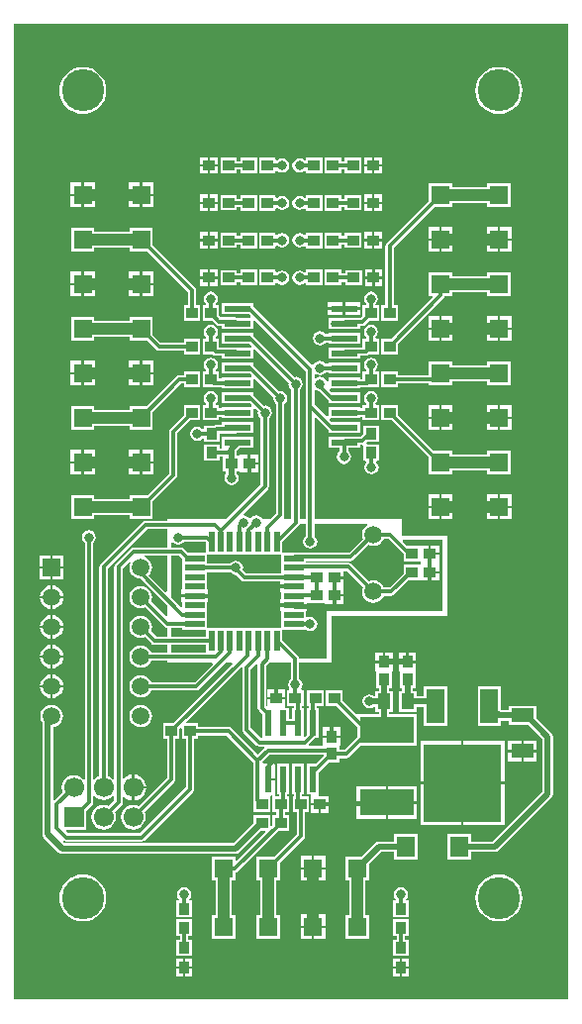
<source format=gtl>
%FSLAX44Y44*%
%MOMM*%
G71*
G01*
G75*
G04 Layer_Physical_Order=1*
G04 Layer_Color=255*
%ADD10R,2.3000X0.6000*%
%ADD11R,1.0000X0.9500*%
%ADD12R,1.1000X0.9500*%
%ADD13R,0.9500X1.0000*%
%ADD14R,0.6000X2.2000*%
%ADD15R,0.9500X1.1000*%
%ADD16R,4.6500X2.3000*%
%ADD17R,0.9000X1.0000*%
%ADD18R,1.1000X1.3500*%
%ADD19R,1.6000X3.0000*%
%ADD20R,6.7000X6.7000*%
%ADD21R,1.9500X1.2500*%
%ADD22R,0.5500X1.7500*%
%ADD23R,1.7500X0.5500*%
%ADD24R,1.6000X1.8000*%
%ADD25R,1.0000X0.9000*%
%ADD26C,0.3000*%
%ADD27C,0.5000*%
%ADD28C,1.0000*%
%ADD29C,3.6000*%
%ADD30C,1.5000*%
%ADD31R,1.5000X1.5000*%
%ADD32C,1.7000*%
%ADD33R,1.7000X1.7000*%
%ADD34R,1.6000X1.6000*%
%ADD35R,1.6000X1.6000*%
%ADD36C,0.8000*%
G36*
X476941Y3059D02*
X3059D01*
Y836941D01*
X476941D01*
Y3059D01*
D02*
G37*
%LPC*%
G36*
X45438Y382541D02*
X36398D01*
Y373501D01*
X45438D01*
Y382541D01*
D02*
G37*
G36*
X366998Y423250D02*
X357458D01*
Y413710D01*
X366998D01*
Y423250D01*
D02*
G37*
G36*
X378538D02*
X368998D01*
Y413710D01*
X378538D01*
Y423250D01*
D02*
G37*
G36*
X34398Y371501D02*
X25358D01*
Y362461D01*
X34398D01*
Y371501D01*
D02*
G37*
G36*
X45438D02*
X36398D01*
Y362461D01*
X45438D01*
Y371501D01*
D02*
G37*
G36*
X34398Y382541D02*
X25358D01*
Y373501D01*
X34398D01*
Y382541D01*
D02*
G37*
G36*
X366998Y434790D02*
X357458D01*
Y425250D01*
X366998D01*
Y434790D01*
D02*
G37*
G36*
X378538D02*
X368998D01*
Y425250D01*
X378538D01*
Y434790D01*
D02*
G37*
G36*
X416998D02*
X407458D01*
Y425250D01*
X416998D01*
Y434790D01*
D02*
G37*
G36*
Y423250D02*
X407458D01*
Y413710D01*
X416998D01*
Y423250D01*
D02*
G37*
G36*
X428538D02*
X418998D01*
Y413710D01*
X428538D01*
Y423250D01*
D02*
G37*
G36*
X171500Y608367D02*
X169159Y607901D01*
X167174Y606575D01*
X165848Y604591D01*
X165382Y602250D01*
X165848Y599908D01*
X167174Y597924D01*
X167487Y597715D01*
X167118Y596500D01*
X164500D01*
Y583000D01*
X173203D01*
X175976Y580227D01*
X177134Y579453D01*
X178500Y579181D01*
X180998D01*
Y576200D01*
X207998D01*
Y583546D01*
X209171Y584032D01*
X252931Y540272D01*
Y510750D01*
Y414000D01*
X247568D01*
Y524668D01*
X248326Y525174D01*
X249652Y527159D01*
X250117Y529500D01*
X249652Y531841D01*
X248326Y533826D01*
X246341Y535152D01*
X244000Y535617D01*
X243107Y535440D01*
X207998Y570549D01*
Y573500D01*
X180998D01*
Y563500D01*
X204953D01*
X206480Y561973D01*
X205993Y560800D01*
X193141D01*
X193048Y560819D01*
X178500D01*
Y568250D01*
X175882D01*
X175513Y569465D01*
X175826Y569674D01*
X177152Y571659D01*
X177617Y574000D01*
X177152Y576341D01*
X175826Y578325D01*
X173841Y579651D01*
X171500Y580117D01*
X169159Y579651D01*
X167174Y578325D01*
X165848Y576341D01*
X165382Y574000D01*
X165848Y571659D01*
X167174Y569674D01*
X167487Y569465D01*
X167118Y568250D01*
X164500D01*
Y554750D01*
X173203D01*
X173226Y554727D01*
X174384Y553953D01*
X175749Y553681D01*
X180998D01*
Y550800D01*
X207998D01*
Y558796D01*
X209171Y559282D01*
X238060Y530393D01*
X237882Y529500D01*
X238348Y527159D01*
X239674Y525174D01*
X240431Y524668D01*
Y414000D01*
X234385D01*
X233786Y415120D01*
X234297Y415884D01*
X234568Y417250D01*
Y512418D01*
X235326Y512924D01*
X236652Y514909D01*
X237117Y517250D01*
X236652Y519591D01*
X235326Y521576D01*
X233341Y522902D01*
X231000Y523368D01*
X230107Y523190D01*
X207998Y545299D01*
Y548100D01*
X180998D01*
Y538100D01*
X205103D01*
X206630Y536573D01*
X206144Y535400D01*
X180998D01*
Y533969D01*
X178500D01*
Y540000D01*
X175882D01*
X175513Y541215D01*
X175826Y541424D01*
X177152Y543409D01*
X177617Y545750D01*
X177152Y548091D01*
X175826Y550075D01*
X173841Y551401D01*
X171500Y551867D01*
X169159Y551401D01*
X167174Y550075D01*
X165848Y548091D01*
X165382Y545750D01*
X165848Y543409D01*
X167174Y541424D01*
X167487Y541215D01*
X167118Y540000D01*
X164500D01*
Y526500D01*
X178500D01*
Y526832D01*
X180998D01*
Y525400D01*
X207998D01*
Y533546D01*
X209171Y534032D01*
X225060Y518143D01*
X224882Y517250D01*
X225348Y514909D01*
X226674Y512924D01*
X227431Y512418D01*
Y418728D01*
X222703Y414000D01*
X215459D01*
X214574Y415326D01*
X212589Y416652D01*
X210248Y417118D01*
X207907Y416652D01*
X205922Y415326D01*
X205383Y414519D01*
X204113D01*
X203573Y415326D01*
X201589Y416652D01*
X199665Y417034D01*
X199297Y418250D01*
X220273Y439226D01*
X221047Y440384D01*
X221318Y441750D01*
X221318Y441750D01*
X221318Y441750D01*
Y441750D01*
Y500168D01*
X222076Y500674D01*
X223402Y502659D01*
X223867Y505000D01*
X223402Y507341D01*
X222076Y509326D01*
X220091Y510652D01*
X217750Y511118D01*
X216857Y510940D01*
X207998Y519799D01*
Y522700D01*
X180998D01*
Y512700D01*
X205003D01*
X206530Y511174D01*
X206044Y510000D01*
X180998D01*
Y508569D01*
X178500D01*
Y511750D01*
X175882D01*
X175513Y512965D01*
X175826Y513174D01*
X177152Y515159D01*
X177617Y517500D01*
X177152Y519841D01*
X175826Y521825D01*
X173841Y523152D01*
X171500Y523617D01*
X169159Y523152D01*
X167174Y521825D01*
X165848Y519841D01*
X165382Y517500D01*
X165848Y515159D01*
X167174Y513174D01*
X167487Y512965D01*
X167118Y511750D01*
X164500D01*
Y498250D01*
X178500D01*
Y501432D01*
X180998D01*
Y500000D01*
X207998D01*
Y508046D01*
X209171Y508532D01*
X211810Y505893D01*
X211632Y505000D01*
X212098Y502659D01*
X213424Y500674D01*
X214181Y500168D01*
Y443228D01*
X184953Y414000D01*
X134000D01*
Y412569D01*
X115750D01*
X114384Y412297D01*
X113227Y411523D01*
X77277Y375573D01*
X76503Y374416D01*
X76231Y373050D01*
Y194287D01*
X74505Y193572D01*
X72311Y191889D01*
X72021Y191511D01*
X70819Y191919D01*
Y393418D01*
X71576Y393924D01*
X72902Y395909D01*
X73368Y398250D01*
X72902Y400591D01*
X71576Y402576D01*
X69591Y403902D01*
X67250Y404367D01*
X64909Y403902D01*
X62924Y402576D01*
X61598Y400591D01*
X61132Y398250D01*
X61598Y395909D01*
X62924Y393924D01*
X63681Y393418D01*
Y191528D01*
X62479Y191119D01*
X61888Y191889D01*
X59695Y193572D01*
X57141Y194630D01*
X54400Y194991D01*
X51659Y194630D01*
X49105Y193572D01*
X46911Y191889D01*
X45228Y189695D01*
X44170Y187141D01*
X43809Y184400D01*
X44170Y181659D01*
X44885Y179932D01*
X37761Y172808D01*
X36588Y173294D01*
Y236075D01*
X37878Y236245D01*
X40189Y237202D01*
X42173Y238725D01*
X43696Y240709D01*
X44654Y243020D01*
X44980Y245501D01*
X44654Y247980D01*
X43696Y250292D01*
X42173Y252276D01*
X40189Y253799D01*
X37878Y254756D01*
X35398Y255082D01*
X32918Y254756D01*
X30607Y253799D01*
X28623Y252276D01*
X27100Y250292D01*
X26142Y247980D01*
X25816Y245501D01*
X26142Y243020D01*
X27100Y240709D01*
X27412Y240303D01*
Y144500D01*
X27412Y144500D01*
X27412D01*
X27761Y142744D01*
X28756Y141256D01*
X41006Y129006D01*
X42494Y128011D01*
X44250Y127662D01*
X192500D01*
X194256Y128011D01*
X195744Y129006D01*
X214238Y147500D01*
X217794D01*
X218280Y146326D01*
X193822Y121868D01*
X192649Y122354D01*
Y125250D01*
X172649D01*
Y105250D01*
X175588D01*
Y75250D01*
X172649D01*
Y55250D01*
X192649D01*
Y75250D01*
X189709D01*
Y105250D01*
X192649D01*
Y111761D01*
X193617Y111953D01*
X194774Y112727D01*
X194774Y112727D01*
X194774Y112727D01*
X229547Y147500D01*
X238251D01*
Y161000D01*
X234818D01*
Y163250D01*
X238249D01*
Y176750D01*
X236968D01*
Y178500D01*
X238400D01*
Y204500D01*
X228400D01*
Y178500D01*
X229831D01*
Y176750D01*
X226240D01*
Y177960D01*
X226240D01*
Y190500D01*
X220700D01*
Y191500D01*
X219700D01*
Y205040D01*
X216246D01*
X215760Y206213D01*
X222228Y212681D01*
X267999D01*
Y211297D01*
X261203Y204500D01*
X253800D01*
Y178500D01*
X256959D01*
Y177290D01*
X256959D01*
Y171000D01*
X272039D01*
Y177290D01*
X263800D01*
Y178500D01*
X263799D01*
Y197003D01*
X272296Y205500D01*
X281499D01*
Y209431D01*
X287500D01*
X288866Y209703D01*
X290023Y210476D01*
X290023Y210476D01*
X290023Y210476D01*
X299547Y220000D01*
X347250D01*
Y247000D01*
X324338D01*
Y249250D01*
X327250D01*
Y266750D01*
X324338D01*
Y269252D01*
X326500D01*
Y283712D01*
X327040D01*
Y290752D01*
X312460D01*
Y283712D01*
X313000D01*
Y269252D01*
X315162D01*
Y266750D01*
X312250D01*
Y263222D01*
X311130Y262624D01*
X309591Y263652D01*
X307250Y264118D01*
X304909Y263652D01*
X302924Y262326D01*
X301598Y260341D01*
X301133Y258000D01*
X301598Y255659D01*
X302924Y253674D01*
X304909Y252348D01*
X307250Y251882D01*
X309591Y252348D01*
X311130Y253376D01*
X312250Y252778D01*
Y249250D01*
X315162D01*
Y247000D01*
X296750D01*
X296750Y247000D01*
Y247000D01*
X296252Y246794D01*
X283999Y259047D01*
Y267750D01*
X269999D01*
Y254250D01*
X278703D01*
X296750Y236203D01*
Y227297D01*
X286022Y216568D01*
X281499D01*
Y219960D01*
X282039D01*
Y227000D01*
X267459D01*
Y219960D01*
D01*
Y219960D01*
X267318Y219819D01*
X255775D01*
X255289Y220992D01*
X260797Y226500D01*
X263799D01*
Y252500D01*
X262368D01*
Y254250D01*
X267999D01*
Y267750D01*
X253999D01*
Y254250D01*
X255231D01*
Y252500D01*
X253800D01*
Y229596D01*
X252273Y228070D01*
X251099Y228556D01*
Y252500D01*
X249668D01*
Y254250D01*
X250749D01*
Y267750D01*
X249306D01*
X248708Y268870D01*
X249402Y269909D01*
X249867Y272250D01*
X249402Y274591D01*
X248076Y276576D01*
X247318Y277082D01*
Y291000D01*
X275000D01*
Y331000D01*
X374000D01*
Y400000D01*
X335000D01*
Y414000D01*
X260068D01*
Y500475D01*
X261242Y500961D01*
X271998Y490205D01*
Y487300D01*
X298998D01*
Y497300D01*
X274996D01*
X273470Y498827D01*
X273956Y500000D01*
X298998D01*
Y501432D01*
X301500D01*
Y498250D01*
X315500D01*
Y511750D01*
X312882D01*
X312513Y512966D01*
X312825Y513174D01*
X314151Y515159D01*
X314617Y517500D01*
X314151Y519841D01*
X312825Y521826D01*
X310841Y523152D01*
X308500Y523618D01*
X306159Y523152D01*
X304174Y521826D01*
X302848Y519841D01*
X302382Y517500D01*
X302848Y515159D01*
X304174Y513174D01*
X304486Y512966D01*
X304118Y511750D01*
X301500D01*
Y508569D01*
X298998D01*
Y510000D01*
X271998D01*
Y501958D01*
X270825Y501472D01*
X260068Y512228D01*
Y524232D01*
X261189Y524831D01*
X262659Y523848D01*
X263840Y523613D01*
X271998Y515455D01*
Y512700D01*
X298998D01*
Y522700D01*
X274846D01*
X273320Y524227D01*
X273806Y525400D01*
X298998D01*
Y526431D01*
X305249D01*
X305597Y526501D01*
X315500D01*
Y540001D01*
X312882D01*
X312513Y541216D01*
X312826Y541425D01*
X314152Y543410D01*
X314617Y545751D01*
X314152Y548092D01*
X312826Y550076D01*
X310841Y551403D01*
X308500Y551868D01*
X306159Y551403D01*
X304174Y550076D01*
X302848Y548092D01*
X302382Y545751D01*
X302848Y543410D01*
X304174Y541425D01*
X304487Y541216D01*
X304118Y540001D01*
X301500D01*
Y533569D01*
X298998D01*
Y535400D01*
X271998D01*
Y531552D01*
X270734Y531427D01*
X270652Y531841D01*
X269326Y533826D01*
X267341Y535152D01*
X265000Y535617D01*
X262659Y535152D01*
X261189Y534169D01*
X260068Y534768D01*
Y537832D01*
X261189Y538431D01*
X262659Y537448D01*
X265000Y536983D01*
X267341Y537448D01*
X269326Y538774D01*
X269832Y539532D01*
X271998D01*
Y538100D01*
X298998D01*
Y548100D01*
X271998D01*
Y546669D01*
X269832D01*
X269326Y547426D01*
X267341Y548752D01*
X265000Y549218D01*
X262659Y548752D01*
X260674Y547426D01*
X259348Y545441D01*
X257485Y545812D01*
X207998Y595299D01*
Y598900D01*
X180998D01*
Y588900D01*
X204303D01*
X205830Y587374D01*
X205344Y586200D01*
X193543D01*
X192948Y586319D01*
X179978D01*
X178500Y587796D01*
Y596500D01*
X175882D01*
X175513Y597715D01*
X175826Y597924D01*
X177152Y599908D01*
X177617Y602250D01*
X177152Y604591D01*
X175826Y606575D01*
X173841Y607901D01*
X171500Y608367D01*
D02*
G37*
G36*
X36398Y357095D02*
Y348101D01*
X45393D01*
X45180Y349721D01*
X44168Y352164D01*
X42559Y354261D01*
X40461Y355870D01*
X38019Y356882D01*
X36398Y357095D01*
D02*
G37*
G36*
X34398Y306296D02*
X32777Y306082D01*
X30335Y305070D01*
X28237Y303461D01*
X26628Y301364D01*
X25616Y298922D01*
X25403Y297300D01*
X34398D01*
Y306296D01*
D02*
G37*
G36*
X36398D02*
Y297300D01*
X45393D01*
X45180Y298922D01*
X44168Y301364D01*
X42559Y303461D01*
X40461Y305070D01*
X38019Y306082D01*
X36398Y306296D01*
D02*
G37*
G36*
X34398Y320700D02*
X25403D01*
X25616Y319079D01*
X26628Y316637D01*
X28237Y314540D01*
X30335Y312931D01*
X32777Y311919D01*
X34398Y311705D01*
Y320700D01*
D02*
G37*
G36*
X327040Y299792D02*
X320750D01*
Y292752D01*
X327040D01*
Y299792D01*
D02*
G37*
G36*
X338750Y299792D02*
X332460D01*
Y292752D01*
X338750D01*
Y299792D01*
D02*
G37*
G36*
X347040D02*
X340750D01*
Y292752D01*
X347040D01*
Y299792D01*
D02*
G37*
G36*
X34398Y346101D02*
X25403D01*
X25616Y344479D01*
X26628Y342037D01*
X28237Y339940D01*
X30335Y338331D01*
X32777Y337319D01*
X34398Y337105D01*
Y346101D01*
D02*
G37*
G36*
X45393D02*
X36398D01*
Y337105D01*
X38019Y337319D01*
X40461Y338331D01*
X42559Y339940D01*
X44168Y342037D01*
X45180Y344479D01*
X45393Y346101D01*
D02*
G37*
G36*
X34398Y357095D02*
X32777Y356882D01*
X30335Y355870D01*
X28237Y354261D01*
X26628Y352164D01*
X25616Y349721D01*
X25403Y348101D01*
X34398D01*
Y357095D01*
D02*
G37*
G36*
X45393Y320700D02*
X36398D01*
Y311705D01*
X38019Y311919D01*
X40461Y312931D01*
X42559Y314540D01*
X44168Y316637D01*
X45180Y319079D01*
X45393Y320700D01*
D02*
G37*
G36*
X34398Y331696D02*
X32777Y331482D01*
X30335Y330470D01*
X28237Y328861D01*
X26628Y326764D01*
X25616Y324322D01*
X25403Y322701D01*
X34398D01*
Y331696D01*
D02*
G37*
G36*
X36398D02*
Y322701D01*
X45393D01*
X45180Y324322D01*
X44168Y326764D01*
X42559Y328861D01*
X40461Y330470D01*
X38019Y331482D01*
X36398Y331696D01*
D02*
G37*
G36*
X378538Y499450D02*
X368998D01*
Y489910D01*
X378538D01*
Y499450D01*
D02*
G37*
G36*
X416998D02*
X407458D01*
Y489910D01*
X416998D01*
Y499450D01*
D02*
G37*
G36*
X428538D02*
X418998D01*
Y489910D01*
X428538D01*
Y499450D01*
D02*
G37*
G36*
X207998Y484600D02*
X180998D01*
Y474600D01*
D01*
Y474600D01*
X180716Y474319D01*
X179248D01*
Y477750D01*
X165748D01*
Y463750D01*
X179248D01*
Y467181D01*
X181748D01*
Y454750D01*
X184660D01*
Y452933D01*
X183596Y451341D01*
X183130Y449000D01*
X183596Y446659D01*
X184922Y444674D01*
X186907Y443348D01*
X189248Y442883D01*
X191589Y443348D01*
X193574Y444674D01*
X194900Y446659D01*
X195365Y449000D01*
X194900Y451341D01*
X193836Y452933D01*
Y454750D01*
X196208D01*
Y454210D01*
X203248D01*
Y461500D01*
Y468790D01*
X196208D01*
Y468250D01*
X193836D01*
Y472450D01*
X195987Y474600D01*
X207998D01*
Y484600D01*
D02*
G37*
G36*
X315750Y493750D02*
X302250D01*
Y486797D01*
X300022Y484569D01*
X298998D01*
Y484600D01*
X271998D01*
Y474600D01*
X281929D01*
Y471932D01*
X281172Y471426D01*
X279846Y469441D01*
X279380Y467100D01*
X279846Y464759D01*
X281172Y462775D01*
X283157Y461448D01*
X285498Y460983D01*
X287839Y461448D01*
X289824Y462775D01*
X291150Y464759D01*
X291616Y467100D01*
X291150Y469441D01*
X289824Y471426D01*
X289067Y471932D01*
Y474600D01*
X298998D01*
Y477431D01*
X301500D01*
X302250Y476816D01*
Y463750D01*
X303890D01*
X304674Y462576D01*
X303348Y460591D01*
X302882Y458250D01*
X303348Y455909D01*
X304674Y453924D01*
X306659Y452598D01*
X309000Y452132D01*
X311341Y452598D01*
X313326Y453924D01*
X314652Y455909D01*
X315117Y458250D01*
X314652Y460591D01*
X313326Y462576D01*
X314110Y463750D01*
X315750D01*
Y477750D01*
X304956D01*
X304470Y478923D01*
X305297Y479750D01*
X315750D01*
Y493750D01*
D02*
G37*
G36*
X366998Y499450D02*
X357458D01*
Y489910D01*
X366998D01*
Y499450D01*
D02*
G37*
G36*
X416998Y510990D02*
X407458D01*
Y501450D01*
X416998D01*
Y510990D01*
D02*
G37*
G36*
X428538D02*
X418998D01*
Y501450D01*
X428538D01*
Y510990D01*
D02*
G37*
G36*
X162500Y540000D02*
X148500D01*
Y536818D01*
X144797D01*
X143432Y536547D01*
X142274Y535773D01*
X116951Y510450D01*
X101998D01*
Y507510D01*
X71998D01*
Y510450D01*
X51998D01*
Y490450D01*
X71998D01*
Y493390D01*
X101998D01*
Y490450D01*
X121998D01*
Y505403D01*
X146276Y529681D01*
X148500D01*
Y526500D01*
X162500D01*
Y540000D01*
D02*
G37*
G36*
X207998Y497300D02*
X180998D01*
Y494319D01*
X176498D01*
X175132Y494047D01*
X174688Y493750D01*
X165748D01*
Y491132D01*
X164533Y490763D01*
X164324Y491076D01*
X162339Y492402D01*
X159998Y492868D01*
X157657Y492402D01*
X155672Y491076D01*
X154346Y489091D01*
X153880Y486750D01*
X154346Y484409D01*
X155672Y482424D01*
X157657Y481098D01*
X159998Y480632D01*
X162339Y481098D01*
X164324Y482424D01*
X164533Y482737D01*
X165748Y482368D01*
Y479750D01*
X179248D01*
Y487181D01*
X192948D01*
X193545Y487300D01*
X207998D01*
Y497300D01*
D02*
G37*
G36*
X366998Y510990D02*
X357458D01*
Y501450D01*
X366998D01*
Y510990D01*
D02*
G37*
G36*
X378538D02*
X368998D01*
Y501450D01*
X378538D01*
Y510990D01*
D02*
G37*
G36*
X122538Y472890D02*
X112998D01*
Y463350D01*
X122538D01*
Y472890D01*
D02*
G37*
G36*
X72538Y461350D02*
X62998D01*
Y451810D01*
X72538D01*
Y461350D01*
D02*
G37*
G36*
X110998D02*
X101458D01*
Y451810D01*
X110998D01*
Y461350D01*
D02*
G37*
G36*
X122538D02*
X112998D01*
Y451810D01*
X122538D01*
Y461350D01*
D02*
G37*
G36*
X428538Y434790D02*
X418998D01*
Y425250D01*
X428538D01*
Y434790D01*
D02*
G37*
G36*
X162500Y511750D02*
X148500D01*
Y503046D01*
X136727Y491273D01*
X135953Y490115D01*
X135681Y488750D01*
Y452980D01*
X116951Y434250D01*
X101998D01*
Y431311D01*
X71998D01*
Y434250D01*
X51998D01*
Y414250D01*
X71998D01*
Y417190D01*
X101998D01*
Y414250D01*
X121998D01*
Y429203D01*
X141773Y448979D01*
X142547Y450136D01*
X142819Y451502D01*
Y487272D01*
X153797Y498250D01*
X162500D01*
Y511750D01*
D02*
G37*
G36*
X60998Y461350D02*
X51458D01*
Y451810D01*
X60998D01*
Y461350D01*
D02*
G37*
G36*
Y472890D02*
X51458D01*
Y463350D01*
X60998D01*
Y472890D01*
D02*
G37*
G36*
X72538D02*
X62998D01*
Y463350D01*
X72538D01*
Y472890D01*
D02*
G37*
G36*
X110998D02*
X101458D01*
Y463350D01*
X110998D01*
Y472890D01*
D02*
G37*
G36*
X331500Y511750D02*
X317500D01*
Y498250D01*
X326203D01*
X357998Y466455D01*
Y452350D01*
X377998D01*
Y455290D01*
X407998D01*
Y452350D01*
X427998D01*
Y472350D01*
X407998D01*
Y469411D01*
X377998D01*
Y472350D01*
X362197D01*
X331500Y503047D01*
Y511750D01*
D02*
G37*
G36*
X212288Y460500D02*
X205248D01*
Y454210D01*
X212288D01*
Y460500D01*
D02*
G37*
G36*
Y468790D02*
X205248D01*
Y462500D01*
X212288D01*
Y468790D01*
D02*
G37*
G36*
X417998Y110097D02*
X414077Y109711D01*
X410307Y108567D01*
X406833Y106710D01*
X403787Y104211D01*
X401288Y101165D01*
X399431Y97691D01*
X398288Y93921D01*
X397901Y90000D01*
X398288Y86080D01*
X399431Y82310D01*
X401288Y78835D01*
X403787Y75790D01*
X406833Y73290D01*
X410307Y71433D01*
X414077Y70290D01*
X417998Y69903D01*
X421919Y70290D01*
X425689Y71433D01*
X429163Y73290D01*
X432209Y75790D01*
X434708Y78835D01*
X436565Y82310D01*
X437709Y86080D01*
X438095Y90000D01*
X437709Y93921D01*
X436565Y97691D01*
X434708Y101165D01*
X432209Y104211D01*
X429163Y106710D01*
X425689Y108567D01*
X421919Y109711D01*
X417998Y110097D01*
D02*
G37*
G36*
X148751Y99368D02*
X146410Y98902D01*
X144425Y97576D01*
X143099Y95591D01*
X142634Y93250D01*
X143099Y90909D01*
X144425Y88924D01*
X143639Y87748D01*
X141999D01*
Y73748D01*
X155499D01*
Y87748D01*
X153863D01*
X153077Y88924D01*
X154403Y90909D01*
X154869Y93250D01*
X154403Y95591D01*
X153077Y97576D01*
X151092Y98902D01*
X148751Y99368D01*
D02*
G37*
G36*
X333999Y99365D02*
X331658Y98899D01*
X329673Y97573D01*
X328347Y95589D01*
X327881Y93248D01*
X328347Y90906D01*
X329673Y88922D01*
X328888Y87748D01*
X327249D01*
Y73748D01*
X340749D01*
Y87748D01*
X339109D01*
X338325Y88922D01*
X339651Y90906D01*
X340116Y93248D01*
X339651Y95589D01*
X338325Y97573D01*
X336340Y98899D01*
X333999Y99365D01*
D02*
G37*
G36*
X257849Y75790D02*
X248309D01*
Y66250D01*
X257849D01*
Y75790D01*
D02*
G37*
G36*
X269389D02*
X259849D01*
Y66250D01*
X269389D01*
Y75790D01*
D02*
G37*
G36*
X61998Y110097D02*
X58077Y109711D01*
X54307Y108567D01*
X50833Y106710D01*
X47787Y104211D01*
X45288Y101165D01*
X43431Y97691D01*
X42288Y93921D01*
X41901Y90000D01*
X42288Y86080D01*
X43431Y82310D01*
X45288Y78835D01*
X47787Y75790D01*
X50833Y73290D01*
X54307Y71433D01*
X58077Y70290D01*
X61998Y69903D01*
X65919Y70290D01*
X69689Y71433D01*
X73163Y73290D01*
X76209Y75790D01*
X78708Y78835D01*
X80565Y82310D01*
X81709Y86080D01*
X82095Y90000D01*
X81709Y93921D01*
X80565Y97691D01*
X78708Y101165D01*
X76209Y104211D01*
X73163Y106710D01*
X69689Y108567D01*
X65919Y109711D01*
X61998Y110097D01*
D02*
G37*
G36*
X269389Y125790D02*
X259849D01*
Y116250D01*
X269389D01*
Y125790D01*
D02*
G37*
G36*
X348140Y144750D02*
X328140D01*
Y138338D01*
X315449D01*
X313693Y137989D01*
X312204Y136994D01*
X300460Y125250D01*
X286949D01*
Y105250D01*
X289888D01*
Y75250D01*
X286949D01*
Y55250D01*
X306949D01*
Y75250D01*
X304009D01*
Y105250D01*
X306949D01*
Y118762D01*
X317349Y129162D01*
X328140D01*
Y122750D01*
X348140D01*
Y144750D01*
D02*
G37*
G36*
X419750Y271248D02*
X399750D01*
Y237248D01*
X419750D01*
Y241411D01*
X426250D01*
Y237749D01*
X443263D01*
X454912Y226099D01*
Y180900D01*
X412350Y138338D01*
X393860D01*
Y144750D01*
X373860D01*
Y122750D01*
X393860D01*
Y129162D01*
X414250D01*
X416006Y129511D01*
X417494Y130506D01*
X462744Y175756D01*
X463739Y177244D01*
X464088Y179000D01*
X464088Y179000D01*
X464088Y179000D01*
Y179000D01*
Y228000D01*
X463739Y229756D01*
X462744Y231244D01*
X449750Y244238D01*
Y254249D01*
X426250D01*
Y250587D01*
X419900D01*
X419750Y250737D01*
Y271248D01*
D02*
G37*
G36*
X257849Y114250D02*
X248309D01*
Y104710D01*
X257849D01*
Y114250D01*
D02*
G37*
G36*
X269389D02*
X259849D01*
Y104710D01*
X269389D01*
Y114250D01*
D02*
G37*
G36*
X257849Y125790D02*
X248309D01*
Y116250D01*
X257849D01*
Y125790D01*
D02*
G37*
G36*
X251099Y204500D02*
X241100D01*
Y178500D01*
X242531D01*
Y176750D01*
X241500D01*
Y163250D01*
X244931D01*
Y144479D01*
X225702Y125250D01*
X210749D01*
Y105250D01*
X213688D01*
Y75250D01*
X210749D01*
Y55250D01*
X230749D01*
Y75250D01*
X227809D01*
Y105250D01*
X230749D01*
Y120203D01*
X251023Y140478D01*
X251796Y141635D01*
X252068Y143001D01*
Y163250D01*
X255499D01*
Y176750D01*
X249668D01*
Y178500D01*
X251099D01*
Y204500D01*
D02*
G37*
G36*
X155789Y29247D02*
X149749D01*
Y22707D01*
X155789D01*
Y29247D01*
D02*
G37*
G36*
X332999Y37787D02*
X326959D01*
Y31247D01*
X332999D01*
Y37787D01*
D02*
G37*
G36*
X341039D02*
X334999D01*
Y31247D01*
X341039D01*
Y37787D01*
D02*
G37*
G36*
X332999Y29247D02*
X326959D01*
Y22707D01*
X332999D01*
Y29247D01*
D02*
G37*
G36*
X341039D02*
X334999D01*
Y22707D01*
X341039D01*
Y29247D01*
D02*
G37*
G36*
X147749Y29247D02*
X141709D01*
Y22707D01*
X147749D01*
Y29247D01*
D02*
G37*
G36*
X340749Y71748D02*
X327249D01*
Y57748D01*
X330430D01*
Y54247D01*
X327499D01*
Y40247D01*
X340499D01*
Y54247D01*
X337567D01*
Y57748D01*
X340749D01*
Y71748D01*
D02*
G37*
G36*
X257849Y64250D02*
X248309D01*
Y54710D01*
X257849D01*
Y64250D01*
D02*
G37*
G36*
X269389D02*
X259849D01*
Y54710D01*
X269389D01*
Y64250D01*
D02*
G37*
G36*
X147749Y37787D02*
X141709D01*
Y31247D01*
X147749D01*
Y37787D01*
D02*
G37*
G36*
X155789D02*
X149749D01*
Y31247D01*
X155789D01*
Y37787D01*
D02*
G37*
G36*
X155499Y71748D02*
X141999D01*
Y57748D01*
X145180D01*
Y54247D01*
X142249D01*
Y40247D01*
X155249D01*
Y54247D01*
X152317D01*
Y57748D01*
X155499D01*
Y71748D01*
D02*
G37*
G36*
X282039Y236040D02*
X275749D01*
Y229000D01*
X282039D01*
Y236040D01*
D02*
G37*
G36*
X347040Y290752D02*
X332460D01*
Y283712D01*
X333000D01*
Y269252D01*
X335162D01*
Y266750D01*
X332250D01*
Y249250D01*
X347250D01*
Y253412D01*
X353750D01*
Y237248D01*
X373750D01*
Y271248D01*
X353750D01*
Y262588D01*
X347250D01*
Y266750D01*
X344338D01*
Y269252D01*
X346500D01*
Y283712D01*
X347040D01*
Y290752D01*
D02*
G37*
G36*
X34398Y269900D02*
X25403D01*
X25616Y268279D01*
X26628Y265837D01*
X28237Y263740D01*
X30335Y262131D01*
X32777Y261119D01*
X34398Y260905D01*
Y269900D01*
D02*
G37*
G36*
X437000Y224289D02*
X425710D01*
Y216499D01*
X437000D01*
Y224289D01*
D02*
G37*
G36*
X450290D02*
X439000D01*
Y216499D01*
X450290D01*
Y224289D01*
D02*
G37*
G36*
X273749Y236040D02*
X267459D01*
Y229000D01*
X273749D01*
Y236040D01*
D02*
G37*
G36*
X34398Y295301D02*
X25403D01*
X25616Y293680D01*
X26628Y291237D01*
X28237Y289140D01*
X30335Y287531D01*
X32777Y286519D01*
X34398Y286306D01*
Y295301D01*
D02*
G37*
G36*
X45393D02*
X36398D01*
Y286306D01*
X38019Y286519D01*
X40461Y287531D01*
X42559Y289140D01*
X44168Y291237D01*
X45180Y293680D01*
X45393Y295301D01*
D02*
G37*
G36*
X318750Y299792D02*
X312460D01*
Y292752D01*
X318750D01*
Y299792D01*
D02*
G37*
G36*
X45393Y269900D02*
X36398D01*
Y260905D01*
X38019Y261119D01*
X40461Y262131D01*
X42559Y263740D01*
X44168Y265837D01*
X45180Y268279D01*
X45393Y269900D01*
D02*
G37*
G36*
X34398Y280896D02*
X32777Y280682D01*
X30335Y279670D01*
X28237Y278061D01*
X26628Y275964D01*
X25616Y273521D01*
X25403Y271901D01*
X34398D01*
Y280896D01*
D02*
G37*
G36*
X36398D02*
Y271901D01*
X45393D01*
X45180Y273521D01*
X44168Y275964D01*
X42559Y278061D01*
X40461Y279670D01*
X38019Y280682D01*
X36398Y280896D01*
D02*
G37*
G36*
X450290Y214499D02*
X439000D01*
Y206709D01*
X450290D01*
Y214499D01*
D02*
G37*
G36*
X347790Y170500D02*
X323000D01*
Y157460D01*
X347790D01*
Y170500D01*
D02*
G37*
G36*
X263499Y169000D02*
X256959D01*
Y162710D01*
X263499D01*
Y169000D01*
D02*
G37*
G36*
X272039D02*
X265499D01*
Y162710D01*
X272039D01*
Y169000D01*
D02*
G37*
G36*
X385750Y187248D02*
X350710D01*
Y152208D01*
X385750D01*
Y187248D01*
D02*
G37*
G36*
X422790D02*
X387750D01*
Y152208D01*
X422790D01*
Y187248D01*
D02*
G37*
G36*
X321000Y170500D02*
X296210D01*
Y157460D01*
X321000D01*
Y170500D01*
D02*
G37*
G36*
X422790Y224288D02*
X387750D01*
Y189248D01*
X422790D01*
Y224288D01*
D02*
G37*
G36*
X226240Y205040D02*
X221700D01*
Y192500D01*
X226240D01*
Y205040D01*
D02*
G37*
G36*
X437000Y214499D02*
X425710D01*
Y206709D01*
X437000D01*
Y214499D01*
D02*
G37*
G36*
X321000Y185540D02*
X296210D01*
Y172500D01*
X321000D01*
Y185540D01*
D02*
G37*
G36*
X347790D02*
X323000D01*
Y172500D01*
X347790D01*
Y185540D01*
D02*
G37*
G36*
X385750Y224288D02*
X350710D01*
Y189248D01*
X385750D01*
Y224288D01*
D02*
G37*
G36*
X60998Y537550D02*
X51458D01*
Y528010D01*
X60998D01*
Y537550D01*
D02*
G37*
G36*
X211000Y659000D02*
X197000D01*
Y655819D01*
X193750D01*
Y658750D01*
X179750D01*
Y645750D01*
X193750D01*
Y648681D01*
X197000D01*
Y645500D01*
X211000D01*
Y659000D01*
D02*
G37*
G36*
X267000Y659000D02*
X253000D01*
Y657360D01*
X251825Y656576D01*
X249841Y657902D01*
X247500Y658367D01*
X245159Y657902D01*
X243174Y656576D01*
X241848Y654591D01*
X241382Y652250D01*
X241848Y649909D01*
X243174Y647924D01*
X245159Y646598D01*
X247500Y646132D01*
X249841Y646598D01*
X251825Y647924D01*
X253000Y647140D01*
Y645500D01*
X267000D01*
Y659000D01*
D02*
G37*
G36*
X121998Y662850D02*
X101998D01*
Y659911D01*
X71998D01*
Y662850D01*
X51998D01*
Y642850D01*
X71998D01*
Y645790D01*
X101998D01*
Y642850D01*
X116951D01*
X151931Y607870D01*
Y596500D01*
X148500D01*
Y583000D01*
X162500D01*
Y596500D01*
X159068D01*
Y609348D01*
X158797Y610714D01*
X158023Y611871D01*
X121998Y647897D01*
Y662850D01*
D02*
G37*
G36*
X428538Y663390D02*
X418998D01*
Y653850D01*
X428538D01*
Y663390D01*
D02*
G37*
G36*
X366998D02*
X357458D01*
Y653850D01*
X366998D01*
Y663390D01*
D02*
G37*
G36*
X378538D02*
X368998D01*
Y653850D01*
X378538D01*
Y663390D01*
D02*
G37*
G36*
X416998D02*
X407458D01*
Y653850D01*
X416998D01*
Y663390D01*
D02*
G37*
G36*
X283000Y691000D02*
X269000D01*
Y677500D01*
X283000D01*
Y680681D01*
X286250D01*
Y677750D01*
X300250D01*
Y690750D01*
X286250D01*
Y687819D01*
X283000D01*
Y691000D01*
D02*
G37*
G36*
X227000Y691000D02*
X213000D01*
Y677500D01*
X227000D01*
Y679140D01*
X228174Y679924D01*
X230159Y678598D01*
X232500Y678132D01*
X234841Y678598D01*
X236826Y679924D01*
X238152Y681909D01*
X238617Y684250D01*
X238152Y686591D01*
X236826Y688576D01*
X234841Y689902D01*
X232500Y690368D01*
X230159Y689902D01*
X228174Y688576D01*
X227000Y689360D01*
Y691000D01*
D02*
G37*
G36*
X60998Y689950D02*
X51458D01*
Y680410D01*
X60998D01*
Y689950D01*
D02*
G37*
G36*
X177290Y683250D02*
X170750D01*
Y677210D01*
X177290D01*
Y683250D01*
D02*
G37*
G36*
X309250Y683250D02*
X302710D01*
Y677210D01*
X309250D01*
Y683250D01*
D02*
G37*
G36*
X317790D02*
X311250D01*
Y677210D01*
X317790D01*
Y683250D01*
D02*
G37*
G36*
X168750Y683250D02*
X162210D01*
Y677210D01*
X168750D01*
Y683250D01*
D02*
G37*
G36*
X309250Y651250D02*
X302710D01*
Y645210D01*
X309250D01*
Y651250D01*
D02*
G37*
G36*
X317790D02*
X311250D01*
Y645210D01*
X317790D01*
Y651250D01*
D02*
G37*
G36*
X168750Y651250D02*
X162210D01*
Y645210D01*
X168750D01*
Y651250D01*
D02*
G37*
G36*
X428538Y651850D02*
X418998D01*
Y642310D01*
X428538D01*
Y651850D01*
D02*
G37*
G36*
X366998D02*
X357458D01*
Y642310D01*
X366998D01*
Y651850D01*
D02*
G37*
G36*
X378538D02*
X368998D01*
Y642310D01*
X378538D01*
Y651850D01*
D02*
G37*
G36*
X416998D02*
X407458D01*
Y642310D01*
X416998D01*
Y651850D01*
D02*
G37*
G36*
X317790Y659290D02*
X311250D01*
Y653250D01*
X317790D01*
Y659290D01*
D02*
G37*
G36*
X168750Y659290D02*
X162210D01*
Y653250D01*
X168750D01*
Y659290D01*
D02*
G37*
G36*
X177290D02*
X170750D01*
Y653250D01*
X177290D01*
Y659290D01*
D02*
G37*
G36*
X309250Y659290D02*
X302710D01*
Y653250D01*
X309250D01*
Y659290D01*
D02*
G37*
G36*
X177290Y651250D02*
X170750D01*
Y645210D01*
X177290D01*
Y651250D01*
D02*
G37*
G36*
X283000Y659000D02*
X269000D01*
Y645500D01*
X283000D01*
Y648681D01*
X286250D01*
Y645750D01*
X300250D01*
Y658750D01*
X286250D01*
Y655818D01*
X283000D01*
Y659000D01*
D02*
G37*
G36*
X227000Y659000D02*
X213000D01*
Y645500D01*
X227000D01*
Y647140D01*
X228174Y647924D01*
X230159Y646598D01*
X232500Y646133D01*
X234841Y646598D01*
X236826Y647924D01*
X238152Y649909D01*
X238617Y652250D01*
X238152Y654591D01*
X236826Y656576D01*
X234841Y657902D01*
X232500Y658367D01*
X230159Y657902D01*
X228174Y656576D01*
X227000Y657360D01*
Y659000D01*
D02*
G37*
G36*
X283000Y723000D02*
X269000D01*
Y709500D01*
X283000D01*
Y712681D01*
X286250D01*
Y709750D01*
X300250D01*
Y722750D01*
X286250D01*
Y719818D01*
X283000D01*
Y723000D01*
D02*
G37*
G36*
X227000Y723000D02*
X213000D01*
Y709500D01*
X227000D01*
Y711140D01*
X228174Y711924D01*
X230159Y710598D01*
X232500Y710132D01*
X234841Y710598D01*
X236826Y711924D01*
X238152Y713909D01*
X238617Y716250D01*
X238152Y718591D01*
X236826Y720576D01*
X234841Y721902D01*
X232500Y722367D01*
X230159Y721902D01*
X228174Y720576D01*
X227000Y721360D01*
Y723000D01*
D02*
G37*
G36*
X309250Y723290D02*
X302710D01*
Y717250D01*
X309250D01*
Y723290D01*
D02*
G37*
G36*
X177290Y715250D02*
X170750D01*
Y709210D01*
X177290D01*
Y715250D01*
D02*
G37*
G36*
X309250Y715250D02*
X302710D01*
Y709210D01*
X309250D01*
Y715250D01*
D02*
G37*
G36*
X317790D02*
X311250D01*
Y709210D01*
X317790D01*
Y715250D01*
D02*
G37*
G36*
X168750Y715250D02*
X162210D01*
Y709210D01*
X168750D01*
Y715250D01*
D02*
G37*
G36*
X267000Y723000D02*
X253000D01*
Y721360D01*
X251825Y720576D01*
X249841Y721902D01*
X247500Y722367D01*
X245159Y721902D01*
X243174Y720576D01*
X241848Y718591D01*
X241382Y716250D01*
X241848Y713909D01*
X243174Y711924D01*
X245159Y710598D01*
X247500Y710132D01*
X249841Y710598D01*
X251825Y711924D01*
X253000Y711140D01*
Y709500D01*
X267000D01*
Y723000D01*
D02*
G37*
G36*
X62000Y800347D02*
X58079Y799961D01*
X54309Y798817D01*
X50835Y796960D01*
X47789Y794461D01*
X45290Y791415D01*
X43433Y787941D01*
X42289Y784171D01*
X41903Y780250D01*
X42289Y776329D01*
X43433Y772559D01*
X45290Y769085D01*
X47789Y766039D01*
X50835Y763540D01*
X54309Y761683D01*
X58079Y760539D01*
X62000Y760153D01*
X65921Y760539D01*
X69691Y761683D01*
X73165Y763540D01*
X76211Y766039D01*
X78710Y769085D01*
X80567Y772559D01*
X81711Y776329D01*
X82097Y780250D01*
X81711Y784171D01*
X80567Y787941D01*
X78710Y791415D01*
X76211Y794461D01*
X73165Y796960D01*
X69691Y798817D01*
X65921Y799961D01*
X62000Y800347D01*
D02*
G37*
G36*
X418000D02*
X414079Y799961D01*
X410309Y798817D01*
X406835Y796960D01*
X403789Y794461D01*
X401290Y791415D01*
X399433Y787941D01*
X398289Y784171D01*
X397903Y780250D01*
X398289Y776329D01*
X399433Y772559D01*
X401290Y769085D01*
X403789Y766039D01*
X406835Y763540D01*
X410309Y761683D01*
X414079Y760539D01*
X418000Y760153D01*
X421921Y760539D01*
X425691Y761683D01*
X429165Y763540D01*
X432211Y766039D01*
X434710Y769085D01*
X436567Y772559D01*
X437711Y776329D01*
X438097Y780250D01*
X437711Y784171D01*
X436567Y787941D01*
X434710Y791415D01*
X432211Y794461D01*
X429165Y796960D01*
X425691Y798817D01*
X421921Y799961D01*
X418000Y800347D01*
D02*
G37*
G36*
X211000Y723000D02*
X197000D01*
Y719819D01*
X193750D01*
Y722750D01*
X179750D01*
Y709750D01*
X193750D01*
Y712681D01*
X197000D01*
Y709500D01*
X211000D01*
Y723000D01*
D02*
G37*
G36*
X317790Y723290D02*
X311250D01*
Y717250D01*
X317790D01*
Y723290D01*
D02*
G37*
G36*
X168750Y723290D02*
X162210D01*
Y717250D01*
X168750D01*
Y723290D01*
D02*
G37*
G36*
X177290D02*
X170750D01*
Y717250D01*
X177290D01*
Y723290D01*
D02*
G37*
G36*
X317790Y691290D02*
X311250D01*
Y685250D01*
X317790D01*
Y691290D01*
D02*
G37*
G36*
X168750Y691290D02*
X162210D01*
Y685250D01*
X168750D01*
Y691290D01*
D02*
G37*
G36*
X177290D02*
X170750D01*
Y685250D01*
X177290D01*
Y691290D01*
D02*
G37*
G36*
X309250Y691290D02*
X302710D01*
Y685250D01*
X309250D01*
Y691290D01*
D02*
G37*
G36*
X72538Y689950D02*
X62998D01*
Y680410D01*
X72538D01*
Y689950D01*
D02*
G37*
G36*
X110998D02*
X101458D01*
Y680410D01*
X110998D01*
Y689950D01*
D02*
G37*
G36*
X122538D02*
X112998D01*
Y680410D01*
X122538D01*
Y689950D01*
D02*
G37*
G36*
X110998Y701490D02*
X101458D01*
Y691950D01*
X110998D01*
Y701490D01*
D02*
G37*
G36*
X122538D02*
X112998D01*
Y691950D01*
X122538D01*
Y701490D01*
D02*
G37*
G36*
X427998Y700950D02*
X407998D01*
Y698011D01*
X377998D01*
Y700950D01*
X357998D01*
Y685997D01*
X321976Y649975D01*
X321203Y648818D01*
X320931Y647452D01*
Y596501D01*
X317500D01*
Y583000D01*
X331500D01*
Y596501D01*
X328068D01*
Y645974D01*
X363045Y680950D01*
X377998D01*
Y683890D01*
X407998D01*
Y680950D01*
X427998D01*
Y700950D01*
D02*
G37*
G36*
X72538Y701490D02*
X62998D01*
Y691950D01*
X72538D01*
Y701490D01*
D02*
G37*
G36*
X211000Y691000D02*
X197000D01*
Y687819D01*
X193750D01*
Y690750D01*
X179750D01*
Y677750D01*
X193750D01*
Y680681D01*
X197000D01*
Y677500D01*
X211000D01*
Y691000D01*
D02*
G37*
G36*
X267000Y691000D02*
X253000D01*
Y689360D01*
X251825Y688576D01*
X249841Y689902D01*
X247500Y690368D01*
X245159Y689902D01*
X243174Y688576D01*
X241848Y686591D01*
X241382Y684250D01*
X241848Y681909D01*
X243174Y679924D01*
X245159Y678598D01*
X247500Y678132D01*
X249841Y678598D01*
X251825Y679924D01*
X253000Y679140D01*
Y677500D01*
X267000D01*
Y691000D01*
D02*
G37*
G36*
X60998Y701490D02*
X51458D01*
Y691950D01*
X60998D01*
Y701490D01*
D02*
G37*
G36*
X284498Y599440D02*
X271458D01*
Y594900D01*
X284498D01*
Y599440D01*
D02*
G37*
G36*
X299538Y592900D02*
X286498D01*
Y588360D01*
X299538D01*
Y592900D01*
D02*
G37*
G36*
X60998Y613750D02*
X51458D01*
Y604210D01*
X60998D01*
Y613750D01*
D02*
G37*
G36*
X299538Y599440D02*
X286498D01*
Y594900D01*
X299538D01*
Y599440D01*
D02*
G37*
G36*
X121998Y586650D02*
X101998D01*
Y583711D01*
X71998D01*
Y586650D01*
X51998D01*
Y566650D01*
X71998D01*
Y569590D01*
X101998D01*
Y566650D01*
X116951D01*
X124625Y558976D01*
X124625Y558976D01*
X124625D01*
X124625Y558976D01*
X124625D01*
X124625Y558976D01*
Y558976D01*
Y558976D01*
D01*
D01*
X124625D01*
Y558976D01*
X125783Y558203D01*
X127148Y557931D01*
X148500D01*
Y554750D01*
X162500D01*
Y568250D01*
X148500D01*
Y565068D01*
X128627D01*
X121998Y571697D01*
Y586650D01*
D02*
G37*
G36*
X428538Y587190D02*
X418998D01*
Y577650D01*
X428538D01*
Y587190D01*
D02*
G37*
G36*
X284498Y592900D02*
X271458D01*
Y588360D01*
X284498D01*
Y592900D01*
D02*
G37*
G36*
X308500Y608368D02*
X306159Y607902D01*
X304174Y606576D01*
X302848Y604591D01*
X302382Y602250D01*
X302848Y599909D01*
X304174Y597925D01*
X304487Y597716D01*
X304118Y596501D01*
X301500D01*
Y587797D01*
X299771Y586069D01*
X298998D01*
Y586200D01*
X271998D01*
Y576200D01*
X298998D01*
Y578931D01*
X301249D01*
X302615Y579203D01*
X303773Y579977D01*
X303773Y579977D01*
X303773Y579977D01*
X306796Y583000D01*
X315500D01*
Y596501D01*
X312882D01*
X312513Y597716D01*
X312826Y597925D01*
X314152Y599909D01*
X314617Y602250D01*
X314152Y604591D01*
X312826Y606576D01*
X310841Y607902D01*
X308500Y608368D01*
D02*
G37*
G36*
X168750Y619250D02*
X162210D01*
Y613210D01*
X168750D01*
Y619250D01*
D02*
G37*
G36*
X318290Y619250D02*
X311750D01*
Y613210D01*
X318290D01*
Y619250D01*
D02*
G37*
G36*
X283000Y627000D02*
X269000D01*
Y613500D01*
X283000D01*
Y616681D01*
X286750D01*
Y613750D01*
X300750D01*
Y626750D01*
X286750D01*
Y623819D01*
X283000D01*
Y627000D01*
D02*
G37*
G36*
X177290Y619250D02*
X170750D01*
Y613210D01*
X177290D01*
Y619250D01*
D02*
G37*
G36*
X110998Y613750D02*
X101458D01*
Y604210D01*
X110998D01*
Y613750D01*
D02*
G37*
G36*
X72538D02*
X62998D01*
Y604210D01*
X72538D01*
Y613750D01*
D02*
G37*
G36*
X309750Y619250D02*
X303210D01*
Y613210D01*
X309750D01*
Y619250D01*
D02*
G37*
G36*
X122538Y613750D02*
X112998D01*
Y604210D01*
X122538D01*
Y613750D01*
D02*
G37*
G36*
X416998Y587190D02*
X407458D01*
Y577650D01*
X416998D01*
Y587190D01*
D02*
G37*
G36*
X110998Y549090D02*
X101458D01*
Y539550D01*
X110998D01*
Y549090D01*
D02*
G37*
G36*
X72538D02*
X62998D01*
Y539550D01*
X72538D01*
Y549090D01*
D02*
G37*
G36*
X427998Y548550D02*
X407998D01*
Y545611D01*
X377998D01*
Y548550D01*
X357998D01*
Y536819D01*
X331500D01*
Y540001D01*
X317500D01*
Y526501D01*
X331500D01*
Y529682D01*
X357998D01*
Y528550D01*
X377998D01*
Y531490D01*
X407998D01*
Y528550D01*
X427998D01*
Y548550D01*
D02*
G37*
G36*
X122538Y549090D02*
X112998D01*
Y539550D01*
X122538D01*
Y549090D01*
D02*
G37*
G36*
X110998Y537550D02*
X101458D01*
Y528010D01*
X110998D01*
Y537550D01*
D02*
G37*
G36*
X72538D02*
X62998D01*
Y528010D01*
X72538D01*
Y537550D01*
D02*
G37*
G36*
X60998Y549090D02*
X51458D01*
Y539550D01*
X60998D01*
Y549090D01*
D02*
G37*
G36*
X122538Y537550D02*
X112998D01*
Y528010D01*
X122538D01*
Y537550D01*
D02*
G37*
G36*
X428538Y575650D02*
X418998D01*
Y566110D01*
X428538D01*
Y575650D01*
D02*
G37*
G36*
X416998D02*
X407458D01*
Y566110D01*
X416998D01*
Y575650D01*
D02*
G37*
G36*
X378538Y587190D02*
X368998D01*
Y577650D01*
X378538D01*
Y587190D01*
D02*
G37*
G36*
X366998D02*
X357458D01*
Y577650D01*
X366998D01*
Y587190D01*
D02*
G37*
G36*
X265000Y574618D02*
X262659Y574152D01*
X260674Y572826D01*
X259348Y570841D01*
X258882Y568500D01*
X259348Y566159D01*
X260674Y564174D01*
X262659Y562848D01*
X265000Y562382D01*
X267341Y562848D01*
X269326Y564174D01*
X269832Y564931D01*
X271998D01*
Y563500D01*
X298998D01*
Y573500D01*
X271998D01*
Y572069D01*
X269832D01*
X269326Y572826D01*
X267341Y574152D01*
X265000Y574618D01*
D02*
G37*
G36*
X308500Y580118D02*
X306159Y579652D01*
X304174Y578326D01*
X302848Y576342D01*
X302382Y574000D01*
X302848Y571659D01*
X304174Y569675D01*
X304487Y569466D01*
X304118Y568251D01*
X301500D01*
Y560819D01*
X286948D01*
X286855Y560800D01*
X271998D01*
Y550800D01*
X298998D01*
Y553681D01*
X304249D01*
X305615Y553953D01*
X306773Y554727D01*
X306773Y554727D01*
X306773Y554727D01*
X306797Y554751D01*
X315500D01*
Y568251D01*
X312882D01*
X312513Y569466D01*
X312826Y569675D01*
X314152Y571659D01*
X314617Y574000D01*
X314152Y576342D01*
X312826Y578326D01*
X310841Y579652D01*
X308500Y580118D01*
D02*
G37*
G36*
X378538Y575650D02*
X368998D01*
Y566110D01*
X378538D01*
Y575650D01*
D02*
G37*
G36*
X366998D02*
X357458D01*
Y566110D01*
X366998D01*
Y575650D01*
D02*
G37*
G36*
X60998Y625290D02*
X51458D01*
Y615750D01*
X60998D01*
Y625290D01*
D02*
G37*
G36*
X227000Y627000D02*
X213000D01*
Y613500D01*
X227000D01*
Y615140D01*
X228174Y615924D01*
X230159Y614598D01*
X232500Y614132D01*
X234841Y614598D01*
X236826Y615924D01*
X238152Y617909D01*
X238617Y620250D01*
X238152Y622591D01*
X236826Y624576D01*
X234841Y625902D01*
X232500Y626367D01*
X230159Y625902D01*
X228174Y624576D01*
X227000Y625360D01*
Y627000D01*
D02*
G37*
G36*
X122538Y625290D02*
X112998D01*
Y615750D01*
X122538D01*
Y625290D01*
D02*
G37*
G36*
X110998D02*
X101458D01*
Y615750D01*
X110998D01*
Y625290D01*
D02*
G37*
G36*
X72538D02*
X62998D01*
Y615750D01*
X72538D01*
Y625290D01*
D02*
G37*
G36*
X427998Y624750D02*
X407998D01*
Y621811D01*
X377998D01*
Y624750D01*
X357998D01*
Y604750D01*
X361044D01*
X361530Y603577D01*
X326203Y568251D01*
X317500D01*
Y554751D01*
X331500D01*
Y563454D01*
X370522Y602475D01*
X371295Y603633D01*
X371517Y604750D01*
X377998D01*
Y607690D01*
X407998D01*
Y604750D01*
X427998D01*
Y624750D01*
D02*
G37*
G36*
X211000Y627000D02*
X197000D01*
Y623819D01*
X193750D01*
Y626750D01*
X179750D01*
Y613750D01*
X193750D01*
Y616681D01*
X197000D01*
Y613500D01*
X211000D01*
Y627000D01*
D02*
G37*
G36*
X267000Y627000D02*
X253000D01*
Y625360D01*
X251825Y624576D01*
X249841Y625902D01*
X247500Y626367D01*
X245159Y625902D01*
X243174Y624576D01*
X241848Y622591D01*
X241382Y620250D01*
X241848Y617909D01*
X243174Y615924D01*
X245159Y614598D01*
X247500Y614132D01*
X249841Y614598D01*
X251825Y615924D01*
X253000Y615140D01*
Y613500D01*
X267000D01*
Y627000D01*
D02*
G37*
G36*
X309750Y627290D02*
X303210D01*
Y621250D01*
X309750D01*
Y627290D01*
D02*
G37*
G36*
X318290D02*
X311750D01*
Y621250D01*
X318290D01*
Y627290D01*
D02*
G37*
G36*
X168750Y627290D02*
X162210D01*
Y621250D01*
X168750D01*
Y627290D01*
D02*
G37*
G36*
X177290D02*
X170750D01*
Y621250D01*
X177290D01*
Y627290D01*
D02*
G37*
%LPD*%
G36*
X134000Y352206D02*
X132827Y351720D01*
X118568Y365979D01*
X119896Y367710D01*
X120854Y370020D01*
X121180Y372500D01*
X120854Y374981D01*
X119896Y377291D01*
X118373Y379276D01*
X116389Y380799D01*
X114851Y381436D01*
X115099Y382681D01*
X134000D01*
Y352206D01*
D02*
G37*
G36*
X146998Y319501D02*
X167248D01*
Y313569D01*
X138000D01*
Y320682D01*
X146998D01*
Y319501D01*
D02*
G37*
G36*
X240181Y277081D02*
X239424Y276576D01*
X238098Y274591D01*
X237633Y272250D01*
X238098Y269909D01*
X238792Y268870D01*
X238194Y267750D01*
X236749D01*
Y254250D01*
X242531D01*
Y252500D01*
X241100D01*
Y243069D01*
X238400D01*
Y252500D01*
X235289D01*
Y253710D01*
X235289D01*
Y260000D01*
X220209D01*
Y254248D01*
X219876Y254110D01*
X218820Y254815D01*
Y288273D01*
X221547Y291000D01*
X240181D01*
Y277081D01*
D02*
G37*
G36*
X103088Y376779D02*
X102343Y374981D01*
X102016Y372500D01*
X102343Y370020D01*
X103300Y367710D01*
X104823Y365725D01*
X106807Y364202D01*
X109118Y363245D01*
X111525Y362928D01*
X134000Y340453D01*
Y331405D01*
X132827Y330919D01*
X120347Y343398D01*
X120854Y344621D01*
X121180Y347100D01*
X120854Y349580D01*
X119896Y351892D01*
X118373Y353876D01*
X116389Y355399D01*
X114078Y356356D01*
X111598Y356682D01*
X109118Y356356D01*
X106807Y355399D01*
X104823Y353876D01*
X103300Y351892D01*
X102343Y349580D01*
X102016Y347100D01*
X102343Y344621D01*
X103300Y342309D01*
X104823Y340325D01*
X106807Y338802D01*
X109118Y337845D01*
X111598Y337519D01*
X114078Y337845D01*
X115300Y338351D01*
X131925Y321727D01*
D01*
X131925D01*
Y321727D01*
D01*
X131925D01*
Y321727D01*
X131925D01*
X131925Y321727D01*
Y321727D01*
X131925Y321727D01*
Y321727D01*
X133082Y320953D01*
X134000Y320771D01*
Y313569D01*
X124776D01*
X120347Y317998D01*
X120854Y319221D01*
X121180Y321701D01*
X120854Y324180D01*
X119896Y326492D01*
X118373Y328476D01*
X116389Y329999D01*
X114078Y330956D01*
X111598Y331282D01*
X109118Y330956D01*
X106807Y329999D01*
X104823Y328476D01*
X103300Y326492D01*
X102343Y324180D01*
X102016Y321701D01*
X102343Y319221D01*
X103300Y316910D01*
X104823Y314925D01*
X106807Y313402D01*
X109118Y312445D01*
X111598Y312119D01*
X114078Y312445D01*
X115300Y312951D01*
X120775Y307477D01*
D01*
X120775D01*
Y307477D01*
D01*
X120775D01*
Y307477D01*
X120775D01*
X120775Y307477D01*
Y307477D01*
X120775Y307477D01*
Y307477D01*
X121932Y306703D01*
X123298Y306432D01*
X134000D01*
Y299869D01*
X120403D01*
X119896Y301091D01*
X118373Y303076D01*
X116389Y304599D01*
X114078Y305556D01*
X111598Y305882D01*
X109118Y305556D01*
X106807Y304599D01*
X104823Y303076D01*
X103300Y301091D01*
X102343Y298780D01*
X102016Y296301D01*
X102343Y293820D01*
X103300Y291509D01*
X104823Y289525D01*
X106807Y288002D01*
X109118Y287045D01*
X111598Y286719D01*
X114078Y287045D01*
X116389Y288002D01*
X118373Y289525D01*
X119896Y291509D01*
X120403Y292732D01*
X134000D01*
Y291000D01*
X172544D01*
X173030Y289827D01*
X157672Y274469D01*
X120403D01*
X119896Y275692D01*
X118373Y277676D01*
X116389Y279199D01*
X114078Y280156D01*
X111598Y280482D01*
X109118Y280156D01*
X106807Y279199D01*
X104823Y277676D01*
X103300Y275692D01*
X102343Y273381D01*
X102016Y270900D01*
X102343Y268421D01*
X103300Y266110D01*
X104823Y264125D01*
X106807Y262602D01*
X109118Y261645D01*
X111598Y261319D01*
X114078Y261645D01*
X116389Y262602D01*
X118373Y264125D01*
X119896Y266110D01*
X120403Y267332D01*
X159150D01*
X160516Y267604D01*
X161674Y268377D01*
X184297Y291000D01*
X189544D01*
X190030Y289827D01*
X139453Y239250D01*
X130750D01*
Y225750D01*
X134181D01*
Y193028D01*
X109668Y168514D01*
X107941Y169230D01*
X105200Y169591D01*
X102459Y169230D01*
X99905Y168172D01*
X97711Y166489D01*
X96028Y164295D01*
X94970Y161741D01*
X94609Y159000D01*
X94970Y156259D01*
X96028Y153705D01*
X97711Y151511D01*
X99905Y149828D01*
X102459Y148770D01*
X105200Y148409D01*
X107941Y148770D01*
X110495Y149828D01*
X112689Y151511D01*
X114372Y153705D01*
X115430Y156259D01*
X115790Y159000D01*
X115430Y161741D01*
X114714Y163468D01*
X140273Y189027D01*
X141047Y190185D01*
X141319Y191550D01*
X141319Y191550D01*
X141319Y191550D01*
Y191550D01*
Y225750D01*
X144750D01*
Y234453D01*
X145577Y235280D01*
X146750Y234794D01*
Y225750D01*
X150182D01*
Y184728D01*
X110772Y145319D01*
X49478D01*
X47470Y147327D01*
X47956Y148500D01*
X64900D01*
Y164453D01*
X69773Y169327D01*
X70547Y170485D01*
X70819Y171850D01*
Y176881D01*
X72021Y177289D01*
X72311Y176911D01*
X74505Y175228D01*
X77059Y174170D01*
X79800Y173809D01*
X82541Y174170D01*
X85095Y175228D01*
X87289Y176911D01*
X87729Y177485D01*
X88931Y177077D01*
Y173178D01*
X84268Y168514D01*
X82541Y169230D01*
X79800Y169591D01*
X77059Y169230D01*
X74505Y168172D01*
X72311Y166489D01*
X70628Y164295D01*
X69570Y161741D01*
X69209Y159000D01*
X69570Y156259D01*
X70628Y153705D01*
X72311Y151511D01*
X74505Y149828D01*
X77059Y148770D01*
X79800Y148409D01*
X82541Y148770D01*
X85095Y149828D01*
X87289Y151511D01*
X88972Y153705D01*
X90030Y156259D01*
X90390Y159000D01*
X90030Y161741D01*
X89314Y163468D01*
X95023Y169177D01*
X95797Y170334D01*
X96069Y171700D01*
Y176189D01*
X97271Y176598D01*
X97326Y176526D01*
X99632Y174757D01*
X102318Y173644D01*
X104200Y173396D01*
Y184400D01*
Y195404D01*
X102318Y195156D01*
X99632Y194043D01*
X97326Y192274D01*
X97271Y192202D01*
X96069Y192610D01*
Y371522D01*
X102032Y377485D01*
X103088Y376779D01*
D02*
G37*
G36*
X305509Y408797D02*
X303723Y407427D01*
X302200Y405442D01*
X301243Y403131D01*
X300916Y400651D01*
X301243Y398171D01*
X301749Y396949D01*
X289869Y385069D01*
X243498D01*
X243155Y385000D01*
X232748D01*
Y394204D01*
X246523Y407979D01*
X247297Y409137D01*
X247468Y410000D01*
X252931D01*
Y399581D01*
X252174Y399075D01*
X250848Y397090D01*
X250382Y394749D01*
X250848Y392408D01*
X252174Y390424D01*
X254159Y389098D01*
X256500Y388632D01*
X258841Y389098D01*
X260826Y390424D01*
X262152Y392408D01*
X262617Y394749D01*
X262152Y397090D01*
X260826Y399075D01*
X260068Y399581D01*
Y410000D01*
X305101D01*
X305509Y408797D01*
D02*
G37*
G36*
X134000Y389819D02*
X105750D01*
X104384Y389547D01*
X103227Y388773D01*
X89977Y375523D01*
X89203Y374366D01*
X88931Y373000D01*
Y191723D01*
X87729Y191315D01*
X87289Y191889D01*
X85095Y193572D01*
X83368Y194287D01*
Y371572D01*
X117228Y405431D01*
X134000D01*
Y389819D01*
D02*
G37*
G36*
X336250Y383953D02*
Y377500D01*
X350710D01*
X350710Y376960D01*
X350710D01*
X350710Y375790D01*
D01*
X350710Y375250D01*
X336250D01*
Y367297D01*
X324373Y355420D01*
X319303D01*
X318796Y356642D01*
X317274Y358627D01*
X315289Y360149D01*
X312978Y361107D01*
X310498Y361433D01*
X308018Y361107D01*
X306796Y360600D01*
X291873Y375523D01*
X290715Y376297D01*
X289349Y376569D01*
X252998D01*
Y377000D01*
Y377931D01*
X291347D01*
X292712Y378203D01*
X293870Y378977D01*
X306796Y391902D01*
X308018Y391396D01*
X310498Y391069D01*
X312978Y391396D01*
X315289Y392353D01*
X317274Y393876D01*
X318796Y395860D01*
X319303Y397083D01*
X323121D01*
X336250Y383953D01*
D02*
G37*
G36*
X167248Y394204D02*
Y385000D01*
X152296D01*
X148523Y388773D01*
X147366Y389547D01*
X146000Y389819D01*
X138000D01*
Y393568D01*
X139174Y393924D01*
X141159Y392598D01*
X143500Y392132D01*
X145841Y392598D01*
X147826Y393924D01*
X148332Y394681D01*
X166770D01*
X167248Y394204D01*
D02*
G37*
G36*
Y299869D02*
X138000D01*
Y306432D01*
X167248D01*
Y299869D01*
D02*
G37*
G36*
X231498Y375500D02*
Y369000D01*
Y367819D01*
X201478D01*
X198774Y370523D01*
X199117Y372250D01*
X198652Y374591D01*
X197325Y376576D01*
X195341Y377902D01*
X193000Y378368D01*
X190659Y377902D01*
X188674Y376576D01*
X188168Y375819D01*
X168498D01*
Y383750D01*
X231498D01*
Y375500D01*
D02*
G37*
G36*
X211568Y289774D02*
X211683Y289727D01*
Y252500D01*
X211683Y252500D01*
X211683D01*
X211954Y251134D01*
X212728Y249976D01*
X215700Y247005D01*
Y227257D01*
X214526Y226770D01*
X205819Y235478D01*
Y285522D01*
X210319Y290023D01*
X211568Y289774D01*
D02*
G37*
G36*
X198681Y286725D02*
Y234000D01*
X198681Y234000D01*
X198681D01*
X198953Y232634D01*
X199727Y231477D01*
X210727Y220477D01*
X210727Y220477D01*
X210727D01*
X210727Y220477D01*
X210727D01*
X210727Y220477D01*
Y220477D01*
Y220477D01*
D01*
D01*
X210727D01*
Y220477D01*
X211884Y219703D01*
X213250Y219431D01*
X217225D01*
X217711Y218258D01*
X211750Y212297D01*
X189023Y235023D01*
X187866Y235797D01*
X186500Y236069D01*
X160750D01*
Y239250D01*
X151206D01*
X150720Y240423D01*
X197508Y287211D01*
X198681Y286725D01*
D02*
G37*
G36*
X208181Y205772D02*
Y173499D01*
X208181Y173499D01*
X208181D01*
X208245Y173178D01*
X208249Y173157D01*
Y163250D01*
X222249D01*
Y176750D01*
X222250D01*
Y177062D01*
X223148Y177960D01*
X224249D01*
Y176750D01*
X224249D01*
Y163250D01*
X227681D01*
Y161000D01*
X224251D01*
Y152296D01*
X223424Y151470D01*
X222250Y151956D01*
Y161000D01*
X208251D01*
Y154489D01*
X190599Y136838D01*
X46150D01*
X44890Y138098D01*
X45696Y139080D01*
X46634Y138453D01*
X48000Y138181D01*
X112250D01*
X113616Y138453D01*
X114773Y139227D01*
X114773Y139227D01*
X114773Y139227D01*
X156273Y180727D01*
X157047Y181884D01*
X157319Y183250D01*
X157319Y183250D01*
X157319Y183250D01*
Y183250D01*
Y225750D01*
X160750D01*
Y228931D01*
X185022D01*
X208181Y205772D01*
D02*
G37*
G36*
X370000Y335000D02*
X271000D01*
Y295000D01*
X247169D01*
X247046Y295615D01*
X246273Y296772D01*
X232748Y310297D01*
Y319501D01*
X252808D01*
X254159Y318598D01*
X256500Y318132D01*
X258841Y318598D01*
X260826Y319924D01*
X262152Y321909D01*
X262617Y324250D01*
X262152Y326591D01*
X260826Y328576D01*
X258841Y329902D01*
X256500Y330368D01*
X254159Y329902D01*
X254118Y329875D01*
X252998Y330473D01*
Y334961D01*
X253538D01*
Y339250D01*
X230958D01*
Y334961D01*
X231498D01*
Y327500D01*
Y320750D01*
X168498D01*
Y327500D01*
Y335500D01*
Y342961D01*
X169038D01*
Y347250D01*
X146458D01*
Y342961D01*
X146998D01*
Y339208D01*
X145825Y338722D01*
X138000Y346547D01*
Y382681D01*
X144522D01*
X146998Y380205D01*
Y375500D01*
Y367500D01*
Y359501D01*
Y353540D01*
X146458D01*
Y349250D01*
X169038D01*
Y353540D01*
X168498D01*
Y359501D01*
Y367500D01*
Y368682D01*
X188168D01*
X188674Y367924D01*
X190659Y366598D01*
X193000Y366133D01*
X193059Y366144D01*
X197476Y361727D01*
X198634Y360953D01*
X200000Y360682D01*
X230958D01*
Y357250D01*
X242248D01*
Y355250D01*
X230958D01*
Y350961D01*
X231498D01*
Y345540D01*
X230958D01*
Y341250D01*
X253538D01*
Y342001D01*
X254748D01*
Y342001D01*
X269208D01*
Y341461D01*
X276248D01*
Y348751D01*
X277248D01*
Y349751D01*
X285288D01*
Y356041D01*
D01*
Y356041D01*
X285288Y356041D01*
Y356461D01*
X285288D01*
Y362751D01*
X277248D01*
Y364751D01*
X285288D01*
Y369431D01*
X287871D01*
X301749Y355554D01*
X301243Y354331D01*
X300916Y351851D01*
X301243Y349371D01*
X302200Y347060D01*
X303723Y345076D01*
X305707Y343553D01*
X308018Y342596D01*
X310498Y342269D01*
X312978Y342596D01*
X315289Y343553D01*
X317274Y345076D01*
X318796Y347060D01*
X319303Y348283D01*
X325851D01*
X327217Y348554D01*
X328375Y349328D01*
X340797Y361750D01*
X350710D01*
Y361210D01*
X357750D01*
Y368500D01*
X358750D01*
Y369500D01*
X366790D01*
Y375790D01*
D01*
Y375790D01*
X366790Y375790D01*
Y376960D01*
X366790D01*
Y383250D01*
X358750D01*
Y384250D01*
X357750D01*
Y391540D01*
X350710D01*
Y391000D01*
X339296D01*
X335470Y394827D01*
X335956Y396000D01*
X370000D01*
Y335000D01*
D02*
G37*
%LPC*%
G36*
X366790Y391540D02*
X359750D01*
Y385250D01*
X366790D01*
Y391540D01*
D02*
G37*
G36*
X111598Y255082D02*
X109118Y254756D01*
X106807Y253799D01*
X104823Y252276D01*
X103300Y250292D01*
X102343Y247980D01*
X102016Y245501D01*
X102343Y243020D01*
X103300Y240709D01*
X104823Y238725D01*
X106807Y237202D01*
X109118Y236245D01*
X111598Y235919D01*
X114078Y236245D01*
X116389Y237202D01*
X118373Y238725D01*
X119896Y240709D01*
X120854Y243020D01*
X121180Y245501D01*
X120854Y247980D01*
X119896Y250292D01*
X118373Y252276D01*
X116389Y253799D01*
X114078Y254756D01*
X111598Y255082D01*
D02*
G37*
G36*
X116203Y183400D02*
X106200D01*
Y173396D01*
X108082Y173644D01*
X110767Y174757D01*
X113074Y176526D01*
X114843Y178832D01*
X115956Y181518D01*
X116203Y183400D01*
D02*
G37*
G36*
X106200Y195404D02*
Y185400D01*
X116203D01*
X115956Y187282D01*
X114843Y189968D01*
X113074Y192274D01*
X110767Y194043D01*
X108082Y195156D01*
X106200Y195404D01*
D02*
G37*
G36*
X235289Y268290D02*
X228749D01*
Y262000D01*
X235289D01*
Y268290D01*
D02*
G37*
G36*
X285288Y347751D02*
X278248D01*
Y341461D01*
X285288D01*
Y347751D01*
D02*
G37*
G36*
X366790Y367500D02*
X359750D01*
Y361210D01*
X366790D01*
Y367500D01*
D02*
G37*
G36*
X226749Y268290D02*
X220209D01*
Y262000D01*
X226749D01*
Y268290D01*
D02*
G37*
%LPD*%
D10*
X285498Y479600D02*
D03*
Y492300D02*
D03*
Y505000D02*
D03*
Y517700D02*
D03*
Y530400D02*
D03*
Y543100D02*
D03*
Y555800D02*
D03*
Y568500D02*
D03*
Y581200D02*
D03*
Y593900D02*
D03*
X194498Y479600D02*
D03*
Y492300D02*
D03*
Y505000D02*
D03*
Y517700D02*
D03*
Y530400D02*
D03*
Y543100D02*
D03*
Y555800D02*
D03*
Y568500D02*
D03*
Y581200D02*
D03*
Y593900D02*
D03*
D11*
X171500Y505000D02*
D03*
X155500D02*
D03*
X171500Y533250D02*
D03*
X155500D02*
D03*
X171500Y561500D02*
D03*
X155500D02*
D03*
X171500Y589750D02*
D03*
X155500D02*
D03*
X308500Y589751D02*
D03*
X324500D02*
D03*
X308500Y561501D02*
D03*
X324500D02*
D03*
X308500Y533251D02*
D03*
X324500D02*
D03*
X308500Y505000D02*
D03*
X324500D02*
D03*
X215250Y170000D02*
D03*
X231249D02*
D03*
X243749Y261000D02*
D03*
X227749D02*
D03*
X248500Y170000D02*
D03*
X264499D02*
D03*
X276999Y261000D02*
D03*
X260999D02*
D03*
X215250Y154250D02*
D03*
X231250D02*
D03*
X153750Y232500D02*
D03*
X137750D02*
D03*
X260000Y620250D02*
D03*
X276000D02*
D03*
X260000Y652250D02*
D03*
X276000D02*
D03*
X220000Y716250D02*
D03*
X204000D02*
D03*
X220000Y684250D02*
D03*
X204000D02*
D03*
X220000Y652250D02*
D03*
X204000D02*
D03*
X220000Y620250D02*
D03*
X204000D02*
D03*
X260000Y716250D02*
D03*
X276000D02*
D03*
X260000Y684250D02*
D03*
X276000D02*
D03*
D12*
X262248Y363751D02*
D03*
X277248D02*
D03*
X262248Y348751D02*
D03*
X277248D02*
D03*
X204248Y461500D02*
D03*
X189248D02*
D03*
X343750Y384250D02*
D03*
X358750D02*
D03*
X343750Y368500D02*
D03*
X358750Y368500D02*
D03*
D13*
X309000Y470750D02*
D03*
Y486750D02*
D03*
X148749Y80748D02*
D03*
Y64748D02*
D03*
X333999Y80748D02*
D03*
Y64748D02*
D03*
X172498Y470750D02*
D03*
Y486750D02*
D03*
D14*
X220700Y191500D02*
D03*
X233400D02*
D03*
X246100D02*
D03*
X258800D02*
D03*
X220700Y239500D02*
D03*
X233400D02*
D03*
X246100D02*
D03*
X258800D02*
D03*
D15*
X274749Y228000D02*
D03*
Y213000D02*
D03*
X319750Y276752D02*
D03*
Y291752D02*
D03*
X339750Y276752D02*
D03*
Y291752D02*
D03*
D16*
X322000Y233500D02*
D03*
Y171500D02*
D03*
D17*
X333999Y30247D02*
D03*
Y47247D02*
D03*
X148749Y30247D02*
D03*
Y47247D02*
D03*
D18*
X339750Y258000D02*
D03*
X319750D02*
D03*
D19*
X409750Y254248D02*
D03*
X363750Y254248D02*
D03*
D20*
X386750Y188248D02*
D03*
D21*
X438000Y245999D02*
D03*
X438000Y215499D02*
D03*
D22*
X227998Y310000D02*
D03*
X219998D02*
D03*
X211998D02*
D03*
X203998D02*
D03*
X195998D02*
D03*
X187998D02*
D03*
X179998D02*
D03*
X171998D02*
D03*
Y394500D02*
D03*
X179998D02*
D03*
X187998D02*
D03*
X195998D02*
D03*
X203998D02*
D03*
X211998D02*
D03*
X219998D02*
D03*
X227998D02*
D03*
D23*
X157748Y324250D02*
D03*
Y332250D02*
D03*
Y340250D02*
D03*
Y348250D02*
D03*
Y356250D02*
D03*
Y364250D02*
D03*
Y372250D02*
D03*
Y380250D02*
D03*
X242248D02*
D03*
Y372250D02*
D03*
Y364250D02*
D03*
Y356250D02*
D03*
Y348250D02*
D03*
Y340250D02*
D03*
Y332250D02*
D03*
Y324250D02*
D03*
D24*
X383860Y133750D02*
D03*
X338140Y133750D02*
D03*
D25*
X293750Y620250D02*
D03*
X310750D02*
D03*
X293250Y652250D02*
D03*
X310250D02*
D03*
X186750Y716250D02*
D03*
X169750D02*
D03*
X186750Y684250D02*
D03*
X169750D02*
D03*
X186750Y652250D02*
D03*
X169750D02*
D03*
X186750Y620250D02*
D03*
X169750D02*
D03*
X293250Y716250D02*
D03*
X310250D02*
D03*
X293250Y684250D02*
D03*
X310250D02*
D03*
D26*
X200000Y364250D02*
X242248D01*
X192000Y372250D02*
X200000Y364250D01*
X157748Y372250D02*
X192000D01*
X229750Y356250D02*
X242248D01*
X225000Y351500D02*
X229750Y356250D01*
X229750Y340250D02*
X242248D01*
X225000Y345000D02*
X229750Y340250D01*
X147250Y332250D02*
X157748D01*
X111598Y367902D02*
X147250Y332250D01*
X111598Y367902D02*
Y372500D01*
X231000Y417250D02*
Y517250D01*
X219998Y406248D02*
X231000Y417250D01*
X219998Y394500D02*
Y406248D01*
X277000Y339000D02*
X337750D01*
X243499D02*
X277000D01*
X277248Y339248D02*
Y348751D01*
X277000Y339000D02*
X277248Y339248D01*
X337750Y339000D02*
X358750Y360000D01*
X242248Y340250D02*
X243499Y339000D01*
X285498Y467100D02*
Y479600D01*
X159998Y486750D02*
X172498D01*
X203998Y404750D02*
X210248Y411000D01*
X203998Y394500D02*
Y404750D01*
X195998Y407750D02*
X199248Y411000D01*
X195998Y394500D02*
Y407750D01*
X309000Y458250D02*
Y470750D01*
X274749Y228000D02*
Y239248D01*
X308000Y233500D02*
X322000D01*
X304499D02*
X308000D01*
X276999Y261000D02*
X304499Y233500D01*
X287500Y213000D02*
X308000Y233500D01*
X274749Y213000D02*
X287500D01*
X256500Y510750D02*
X274950Y492300D01*
X159150Y270900D02*
X187998Y299748D01*
X111598Y270900D02*
X159150D01*
X187998Y299748D02*
Y310000D01*
X111598Y296301D02*
X175800D01*
X179998Y300498D01*
Y310000D01*
X220700Y239500D02*
Y247052D01*
X215251Y252500D02*
X220700Y247052D01*
X227749Y261000D02*
Y272248D01*
X258800Y239500D02*
Y258800D01*
X260999Y261000D01*
X246100Y239500D02*
Y258650D01*
X243749Y261000D02*
X246100Y258650D01*
X285498Y505000D02*
X308500D01*
X285498Y568500D02*
X285498Y568500D01*
X265000Y568500D02*
X285498D01*
X265000Y543100D02*
X285498D01*
X194498D02*
X205150D01*
X274800Y517700D02*
X285498D01*
X265000Y527500D02*
X274800Y517700D01*
X265000Y527500D02*
Y529500D01*
X205000Y568500D02*
X244000Y529500D01*
X205150Y543100D02*
X231000Y517250D01*
X274950Y492300D02*
X285498D01*
X256500Y510750D02*
Y541750D01*
X204350Y593900D02*
X256500Y541750D01*
X194498Y568500D02*
X205000D01*
X205050Y517700D02*
X217750Y505000D01*
X194498Y517700D02*
X205050D01*
X341000Y384250D02*
X343750D01*
X324599Y400651D02*
X341000Y384250D01*
X310498Y400651D02*
X324599D01*
X342500Y368500D02*
X343750D01*
X325851Y351851D02*
X342500Y368500D01*
X310498Y351851D02*
X325851D01*
X111598Y347100D02*
X134448Y324250D01*
X157748D01*
X111598Y321701D02*
X123298Y310000D01*
X171998D01*
X233400Y172150D02*
Y191500D01*
X231249Y170000D02*
X233400Y172150D01*
X246100Y172400D02*
Y191500D01*
Y172400D02*
X248500Y170000D01*
X246000Y239600D02*
X246100Y239500D01*
X233400D02*
X246100D01*
X277248Y348751D02*
Y363751D01*
X358750Y368500D02*
Y384250D01*
Y360000D02*
Y368500D01*
X242748Y363751D02*
X262248D01*
X242248Y364250D02*
X242748Y363751D01*
X242748Y348751D02*
X262248D01*
X242248Y348250D02*
X242748Y348751D01*
X174349Y530400D02*
X194498D01*
X171500Y533250D02*
X174349Y530400D01*
X171500Y505000D02*
X194498D01*
X171500Y505000D02*
X171500Y505000D01*
X172498Y470750D02*
X185648D01*
X189248Y474350D01*
X180000Y404000D02*
X217750Y441750D01*
Y505000D01*
X172498Y486750D02*
X176498Y490750D01*
X192948D01*
X194498Y492300D01*
X256500Y394749D02*
Y510750D01*
X244000Y410502D02*
Y529500D01*
X227998Y394500D02*
X244000Y410502D01*
X127148Y561500D02*
X155500D01*
X111998Y576650D02*
X127148Y561500D01*
X144797Y533250D02*
X155500D01*
X111998Y500450D02*
X144797Y533250D01*
X324500Y533251D02*
X362699D01*
X367998Y538550D01*
X324500Y505000D02*
X367150Y462350D01*
X367998D01*
X285498Y479600D02*
X286898Y481000D01*
X301500D01*
X307250Y486750D01*
X309000D01*
X285498Y581200D02*
X286798Y582500D01*
X301249D01*
X308500Y589751D01*
X285498Y555800D02*
X286948Y557250D01*
X304249D01*
X308500Y561501D01*
X285498Y530400D02*
X285898Y530000D01*
X305249D01*
X308500Y533251D01*
X171500Y589750D02*
X178500Y582750D01*
X192948D01*
X194498Y581200D01*
X171500Y561500D02*
X175749Y557250D01*
X193048D01*
X194498Y555800D01*
X324500Y589751D02*
Y647452D01*
X367998Y690950D01*
X111998Y652850D02*
X155500Y609348D01*
Y589750D02*
Y609348D01*
X220000Y716250D02*
X232500D01*
X220000Y684250D02*
X232500D01*
X220000Y652250D02*
X232500D01*
X220000Y620250D02*
X232500D01*
X171500Y589750D02*
Y602250D01*
Y561500D02*
Y574000D01*
Y533250D02*
Y545750D01*
Y505000D02*
Y517500D01*
X275800Y581200D02*
X285498D01*
X247500Y684250D02*
X260000D01*
X247500Y716250D02*
X260000D01*
X186750Y716250D02*
X204000D01*
X186750Y684250D02*
X204000D01*
X186750Y684250D02*
X186750Y684250D01*
X186750Y652250D02*
X204000D01*
X186750Y652250D02*
X186750Y652250D01*
X186750Y620250D02*
X204000D01*
X186750Y620250D02*
X186750Y620250D01*
X324500Y561501D02*
X367998Y604999D01*
Y614750D01*
X242249Y324250D02*
X256500D01*
X242248Y324250D02*
X242249Y324250D01*
X204248Y449000D02*
Y461500D01*
X227998Y310000D02*
X243749Y294249D01*
X258800Y229550D02*
Y239500D01*
X157748Y348250D02*
X225000D01*
X79800Y159000D02*
X92500Y171700D01*
Y373000D01*
X79800Y184400D02*
Y373050D01*
X115750Y409000D01*
X175000D01*
X180000Y404000D01*
X54400Y159000D02*
X67250Y171850D01*
Y398250D01*
X143500Y398250D02*
X168249D01*
X171998Y394500D01*
X231249Y154251D02*
Y170000D01*
Y154251D02*
X231250Y154250D01*
X192251Y115250D02*
X231250Y154250D01*
X182649Y115250D02*
X192251D01*
X220749D02*
X248500Y143001D01*
Y170000D01*
X258800Y197050D02*
X274749Y213000D01*
X258800Y191500D02*
Y197050D01*
X211750Y173499D02*
X215250Y170000D01*
X271499Y216250D02*
X274749Y213000D01*
X211750Y173499D02*
Y207250D01*
X220750Y216250D01*
X271499D01*
X220700Y191500D02*
Y202449D01*
X226761Y208510D01*
X213250Y223000D02*
X252250D01*
X258800Y229550D01*
X105200Y159000D02*
X137750Y191550D01*
Y232500D01*
X153750D02*
X186500D01*
X211750Y207250D01*
X137750Y232500D02*
X202750Y297500D01*
Y308752D01*
X203998Y310000D01*
X215251Y252500D02*
Y289751D01*
X219998Y294498D01*
Y310000D01*
X211998Y296748D02*
Y310000D01*
X319750Y276752D02*
X319750Y276752D01*
X339749Y291752D02*
X339750Y291752D01*
X152000Y380250D02*
X157748D01*
X92500Y373000D02*
X105750Y386250D01*
X146000D01*
X152000Y380250D01*
X148749Y47247D02*
Y64748D01*
X333999Y47247D02*
Y64748D01*
X39750Y169750D02*
X54400Y184400D01*
X39750Y150000D02*
Y169750D01*
Y150000D02*
X48000Y141750D01*
X112250D01*
X153750Y183250D01*
Y232500D01*
X148749Y80748D02*
X148751Y80750D01*
X243749Y261000D02*
Y294249D01*
X148751Y80750D02*
Y93250D01*
X264499Y170000D02*
X320500D01*
X322000Y171500D01*
X333999Y80748D02*
Y93248D01*
X247500Y652250D02*
X260000D01*
X247500Y620250D02*
X260000D01*
X276000Y716250D02*
X293250D01*
X293250Y716250D01*
X276000Y684250D02*
X293250D01*
X293250Y684250D01*
X276000Y652250D02*
X293249D01*
X293250Y652250D01*
X276000Y620250D02*
X293750D01*
X293750Y620250D01*
X308500Y505000D02*
Y517500D01*
X308500Y533251D02*
Y545751D01*
Y561501D02*
Y574000D01*
X308500Y589751D02*
Y602250D01*
X262248Y348751D02*
Y363751D01*
X111998Y424250D02*
X139250Y451502D01*
Y488750D01*
X155500Y505000D01*
X202250Y234000D02*
X213250Y223000D01*
X202250Y234000D02*
Y287000D01*
X211998Y296748D01*
X225000Y345000D02*
Y348250D01*
Y351500D01*
X242248Y372250D02*
X242998Y373000D01*
X289349D01*
X310498Y351851D01*
X242248Y380250D02*
X243498Y381500D01*
X291347D01*
X310498Y400651D01*
D27*
X189248Y449000D02*
Y461500D01*
Y474350D01*
X194498Y479600D01*
X296949Y115250D02*
X315449Y133750D01*
X338140D01*
X383860Y133750D02*
X414250D01*
X459500Y179000D01*
X438000Y245999D02*
X441501D01*
X459500Y228000D01*
Y179000D02*
Y228000D01*
X417999Y245999D02*
X438000D01*
X409750Y254248D02*
X417999Y245999D01*
X359998Y258000D02*
X363750Y254248D01*
X339750Y258000D02*
X359998D01*
X339750D02*
Y276751D01*
X339750Y276752D02*
X339750Y276751D01*
X319750Y235750D02*
Y258000D01*
Y235750D02*
X322000Y233500D01*
X319750Y258000D02*
Y276752D01*
X319750Y291752D02*
X339749D01*
X214500Y154250D02*
X215250D01*
X32000Y242103D02*
X35398Y245501D01*
X32000Y144500D02*
Y242103D01*
Y144500D02*
X44250Y132250D01*
X192500D01*
X214500Y154250D01*
X307250Y258000D02*
X319750D01*
D28*
X61998Y652850D02*
X111998D01*
X61998Y576650D02*
X111998D01*
X61998Y500450D02*
X111998D01*
X61998Y424250D02*
X111998D01*
X367998Y462350D02*
X417998D01*
X367998Y538550D02*
X417998D01*
X367998Y614750D02*
X417998D01*
X367998Y690950D02*
X417998D01*
X182649Y65250D02*
Y115250D01*
X220749Y65250D02*
Y115250D01*
X258849Y65250D02*
Y115250D01*
X296949Y65250D02*
Y115250D01*
X61998Y690950D02*
X111998D01*
X61998Y614750D02*
X111998D01*
X61998Y538550D02*
X111998D01*
X61998Y462350D02*
X111998D01*
X367998Y652850D02*
X417998D01*
X367998Y576650D02*
X417998D01*
X367998Y500450D02*
X417998D01*
X367998Y424250D02*
X417998D01*
D29*
X62000Y780250D02*
D03*
X418000D02*
D03*
X417998Y90000D02*
D03*
X61998D02*
D03*
D30*
X111598Y296301D02*
D03*
Y270900D02*
D03*
Y245501D02*
D03*
X35398D02*
D03*
Y270900D02*
D03*
Y321701D02*
D03*
Y296301D02*
D03*
X111598Y321701D02*
D03*
Y372500D02*
D03*
X35398Y347100D02*
D03*
X111598D02*
D03*
X310498Y351851D02*
D03*
Y400651D02*
D03*
D31*
X35398Y372500D02*
D03*
D32*
X105200Y184400D02*
D03*
Y159000D02*
D03*
X54400Y184400D02*
D03*
X79800D02*
D03*
Y159000D02*
D03*
D33*
X54400D02*
D03*
D34*
X111998Y424250D02*
D03*
X61998D02*
D03*
X111998Y462350D02*
D03*
X61998D02*
D03*
X111998Y500450D02*
D03*
X61998D02*
D03*
X111998Y538550D02*
D03*
X61998D02*
D03*
X111998Y576650D02*
D03*
X61998D02*
D03*
X111998Y614750D02*
D03*
X61998D02*
D03*
X111998Y652850D02*
D03*
X61998D02*
D03*
X111998Y690950D02*
D03*
X61998D02*
D03*
X367998Y690950D02*
D03*
X417998D02*
D03*
X367998Y652850D02*
D03*
X417998D02*
D03*
X367998Y614750D02*
D03*
X417998D02*
D03*
X367998Y576650D02*
D03*
X417998D02*
D03*
X367998Y538550D02*
D03*
X417998D02*
D03*
X367998Y500450D02*
D03*
X417998D02*
D03*
X367998Y462350D02*
D03*
X417998D02*
D03*
X367998Y424250D02*
D03*
X417998D02*
D03*
D35*
X296949Y115250D02*
D03*
Y65250D02*
D03*
X258849Y115250D02*
D03*
Y65250D02*
D03*
X220749Y115250D02*
D03*
Y65250D02*
D03*
X182649Y115250D02*
D03*
Y65250D02*
D03*
D36*
X220000Y375000D02*
D03*
X285498Y467100D02*
D03*
X159998Y486750D02*
D03*
X210248Y411000D02*
D03*
X199248D02*
D03*
X221000Y329000D02*
D03*
X193000Y372250D02*
D03*
X309000Y458250D02*
D03*
X189248Y449000D02*
D03*
X274749Y239250D02*
D03*
X227749Y272250D02*
D03*
X265000Y568500D02*
D03*
X217750Y505000D02*
D03*
X231000Y517250D02*
D03*
X265000Y543100D02*
D03*
Y529500D02*
D03*
X410750Y164500D02*
D03*
X362000D02*
D03*
X410750Y212500D02*
D03*
X362000D02*
D03*
X386375Y164500D02*
D03*
Y212500D02*
D03*
X362000Y188500D02*
D03*
X410750D02*
D03*
X386375D02*
D03*
X244000Y529500D02*
D03*
X232500Y716250D02*
D03*
Y684250D02*
D03*
Y652250D02*
D03*
Y620250D02*
D03*
X171500Y602250D02*
D03*
Y574000D02*
D03*
Y545750D02*
D03*
Y517500D02*
D03*
X247500Y684250D02*
D03*
X256500Y394749D02*
D03*
X256500Y324250D02*
D03*
X204248Y449000D02*
D03*
X143500Y398250D02*
D03*
X67250Y398250D02*
D03*
X226761Y208510D02*
D03*
X243750Y272250D02*
D03*
X148751Y93250D02*
D03*
X307250Y258000D02*
D03*
X333999Y93248D02*
D03*
X247500Y716250D02*
D03*
Y652250D02*
D03*
Y620250D02*
D03*
X308500Y517500D02*
D03*
X308500Y545751D02*
D03*
Y574000D02*
D03*
X308500Y602250D02*
D03*
X310498Y376150D02*
D03*
X293250Y348750D02*
D03*
X276250Y394749D02*
D03*
X210500Y240752D02*
D03*
M02*

</source>
